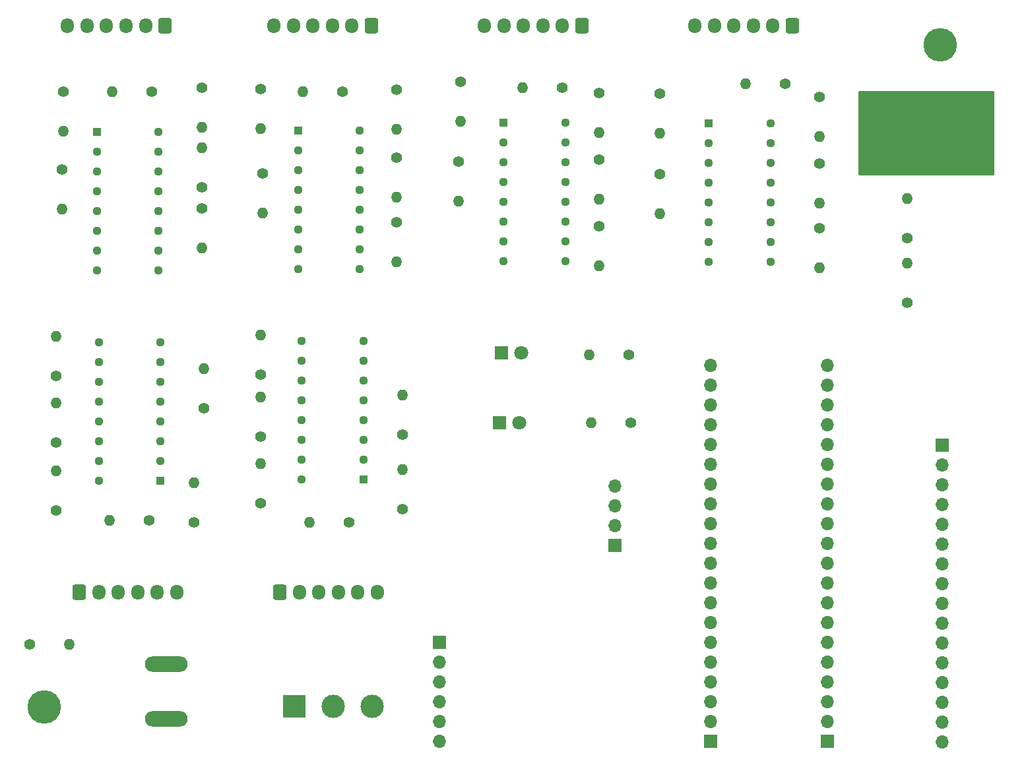
<source format=gbr>
%TF.GenerationSoftware,KiCad,Pcbnew,8.0.7-1.fc40*%
%TF.CreationDate,2024-12-16T22:30:31+01:00*%
%TF.ProjectId,pedai-hw,70656461-692d-4687-972e-6b696361645f,rev?*%
%TF.SameCoordinates,Original*%
%TF.FileFunction,Soldermask,Top*%
%TF.FilePolarity,Negative*%
%FSLAX46Y46*%
G04 Gerber Fmt 4.6, Leading zero omitted, Abs format (unit mm)*
G04 Created by KiCad (PCBNEW 8.0.7-1.fc40) date 2024-12-16 22:30:31*
%MOMM*%
%LPD*%
G01*
G04 APERTURE LIST*
G04 Aperture macros list*
%AMRoundRect*
0 Rectangle with rounded corners*
0 $1 Rounding radius*
0 $2 $3 $4 $5 $6 $7 $8 $9 X,Y pos of 4 corners*
0 Add a 4 corners polygon primitive as box body*
4,1,4,$2,$3,$4,$5,$6,$7,$8,$9,$2,$3,0*
0 Add four circle primitives for the rounded corners*
1,1,$1+$1,$2,$3*
1,1,$1+$1,$4,$5*
1,1,$1+$1,$6,$7*
1,1,$1+$1,$8,$9*
0 Add four rect primitives between the rounded corners*
20,1,$1+$1,$2,$3,$4,$5,0*
20,1,$1+$1,$4,$5,$6,$7,0*
20,1,$1+$1,$6,$7,$8,$9,0*
20,1,$1+$1,$8,$9,$2,$3,0*%
G04 Aperture macros list end*
%ADD10C,1.400000*%
%ADD11O,1.400000X1.400000*%
%ADD12R,3.000000X3.000000*%
%ADD13C,3.000000*%
%ADD14R,1.130000X1.130000*%
%ADD15C,1.130000*%
%ADD16RoundRect,0.250000X-0.600000X-0.725000X0.600000X-0.725000X0.600000X0.725000X-0.600000X0.725000X0*%
%ADD17O,1.700000X1.950000*%
%ADD18R,1.800000X1.800000*%
%ADD19C,1.800000*%
%ADD20C,4.300000*%
%ADD21O,5.500000X2.000000*%
%ADD22RoundRect,0.250000X0.600000X0.725000X-0.600000X0.725000X-0.600000X-0.725000X0.600000X-0.725000X0*%
%ADD23R,1.700000X1.700000*%
%ADD24O,1.700000X1.700000*%
G04 APERTURE END LIST*
D10*
%TO.C,R38*%
X110250000Y-99790000D03*
D11*
X110250000Y-94710000D03*
%TD*%
D10*
%TO.C,R12*%
X110500000Y-73960000D03*
D11*
X110500000Y-79040000D03*
%TD*%
D10*
%TO.C,R14*%
X153710000Y-63670000D03*
D11*
X153710000Y-68750000D03*
%TD*%
D10*
%TO.C,R13*%
X153710000Y-72170000D03*
D11*
X153710000Y-77250000D03*
%TD*%
D10*
%TO.C,R10*%
X127750000Y-80210000D03*
D11*
X127750000Y-85290000D03*
%TD*%
D10*
%TO.C,R23*%
X161500000Y-63750000D03*
D11*
X161500000Y-68830000D03*
%TD*%
D12*
%TO.C,RV1*%
X114600000Y-142400000D03*
D13*
X119600000Y-142400000D03*
X124600000Y-142400000D03*
%TD*%
D10*
%TO.C,R41*%
X80660000Y-134400000D03*
D11*
X85740000Y-134400000D03*
%TD*%
D10*
%TO.C,R15*%
X149000000Y-63000000D03*
D11*
X143920000Y-63000000D03*
%TD*%
D10*
%TO.C,R24*%
X161500000Y-74040000D03*
D11*
X161500000Y-79120000D03*
%TD*%
D14*
%TO.C,IC2*%
X115060000Y-68500000D03*
D15*
X115060000Y-71040000D03*
X115060000Y-73580000D03*
X115060000Y-76120000D03*
X115060000Y-78660000D03*
X115060000Y-81200000D03*
X115060000Y-83740000D03*
X115060000Y-86280000D03*
X123000000Y-86280000D03*
X123000000Y-83740000D03*
X123000000Y-81200000D03*
X123000000Y-78660000D03*
X123000000Y-76120000D03*
X123000000Y-73580000D03*
X123000000Y-71040000D03*
X123000000Y-68500000D03*
%TD*%
D10*
%TO.C,R9*%
X120790000Y-63500000D03*
D11*
X115710000Y-63500000D03*
%TD*%
D10*
%TO.C,R35*%
X110250000Y-107790000D03*
D11*
X110250000Y-102710000D03*
%TD*%
D10*
%TO.C,R4*%
X102750000Y-78460000D03*
D11*
X102750000Y-83540000D03*
%TD*%
D10*
%TO.C,R8*%
X127750000Y-63210000D03*
D11*
X127750000Y-68290000D03*
%TD*%
D16*
%TO.C,J10*%
X87000000Y-127750000D03*
D17*
X89500000Y-127750000D03*
X92000000Y-127750000D03*
X94500000Y-127750000D03*
X97000000Y-127750000D03*
X99500000Y-127750000D03*
%TD*%
D18*
%TO.C,D2*%
X141210000Y-97000000D03*
D19*
X143750000Y-97000000D03*
%TD*%
D10*
%TO.C,R7*%
X127750000Y-71960000D03*
D11*
X127750000Y-77040000D03*
%TD*%
D10*
%TO.C,R39*%
X128500000Y-117080000D03*
D11*
X128500000Y-112000000D03*
%TD*%
D14*
%TO.C,IC4*%
X167750000Y-67510000D03*
D15*
X167750000Y-70050000D03*
X167750000Y-72590000D03*
X167750000Y-75130000D03*
X167750000Y-77670000D03*
X167750000Y-80210000D03*
X167750000Y-82750000D03*
X167750000Y-85290000D03*
X175690000Y-85290000D03*
X175690000Y-82750000D03*
X175690000Y-80210000D03*
X175690000Y-77670000D03*
X175690000Y-75130000D03*
X175690000Y-72590000D03*
X175690000Y-70050000D03*
X175690000Y-67510000D03*
%TD*%
D10*
%TO.C,R40*%
X128500000Y-107540000D03*
D11*
X128500000Y-102460000D03*
%TD*%
D10*
%TO.C,R1*%
X102750000Y-75790000D03*
D11*
X102750000Y-70710000D03*
%TD*%
D20*
%TO.C,H1*%
X82500000Y-142500000D03*
%TD*%
D21*
%TO.C,SW1*%
X98200000Y-144000000D03*
X98200000Y-137000000D03*
%TD*%
D10*
%TO.C,R36*%
X110250000Y-116290000D03*
D11*
X110250000Y-111210000D03*
%TD*%
D18*
%TO.C,D1*%
X140960000Y-106000000D03*
D19*
X143500000Y-106000000D03*
%TD*%
D22*
%TO.C,J8*%
X151500000Y-55000000D03*
D17*
X149000000Y-55000000D03*
X146500000Y-55000000D03*
X144000000Y-55000000D03*
X141500000Y-55000000D03*
X139000000Y-55000000D03*
%TD*%
D10*
%TO.C,R20*%
X182000000Y-64170000D03*
D11*
X182000000Y-69250000D03*
%TD*%
D10*
%TO.C,R16*%
X153710000Y-80710000D03*
D11*
X153710000Y-85790000D03*
%TD*%
D10*
%TO.C,R27*%
X95990000Y-118500000D03*
D11*
X90910000Y-118500000D03*
%TD*%
D10*
%TO.C,R18*%
X135710000Y-72420000D03*
D11*
X135710000Y-77500000D03*
%TD*%
D20*
%TO.C,H2*%
X197500000Y-57500000D03*
%TD*%
D10*
%TO.C,R30*%
X103000000Y-104080000D03*
D11*
X103000000Y-99000000D03*
%TD*%
D14*
%TO.C,IC3*%
X141460000Y-67420000D03*
D15*
X141460000Y-69960000D03*
X141460000Y-72500000D03*
X141460000Y-75040000D03*
X141460000Y-77580000D03*
X141460000Y-80120000D03*
X141460000Y-82660000D03*
X141460000Y-85200000D03*
X149400000Y-85200000D03*
X149400000Y-82660000D03*
X149400000Y-80120000D03*
X149400000Y-77580000D03*
X149400000Y-75040000D03*
X149400000Y-72500000D03*
X149400000Y-69960000D03*
X149400000Y-67420000D03*
%TD*%
D10*
%TO.C,R28*%
X84000000Y-99990000D03*
D11*
X84000000Y-94910000D03*
%TD*%
D23*
%TO.C,J15*%
X155760000Y-121710000D03*
D24*
X155760000Y-119170000D03*
X155760000Y-116630000D03*
X155760000Y-114090000D03*
%TD*%
D10*
%TO.C,R19*%
X182000000Y-72710000D03*
D11*
X182000000Y-77790000D03*
%TD*%
D10*
%TO.C,R25*%
X84000000Y-108490000D03*
D11*
X84000000Y-103410000D03*
%TD*%
D10*
%TO.C,R3*%
X96330000Y-63500000D03*
D11*
X91250000Y-63500000D03*
%TD*%
D10*
%TO.C,R32*%
X157490000Y-97250000D03*
D11*
X152410000Y-97250000D03*
%TD*%
D10*
%TO.C,R29*%
X101750000Y-118750000D03*
D11*
X101750000Y-113670000D03*
%TD*%
D10*
%TO.C,R37*%
X121580000Y-118750000D03*
D11*
X116500000Y-118750000D03*
%TD*%
D10*
%TO.C,R21*%
X177580000Y-62500000D03*
D11*
X172500000Y-62500000D03*
%TD*%
D10*
%TO.C,R2*%
X102750000Y-62960000D03*
D11*
X102750000Y-68040000D03*
%TD*%
D23*
%TO.C,J5*%
X197750000Y-108880000D03*
D24*
X197750000Y-111420000D03*
X197750000Y-113960000D03*
X197750000Y-116500000D03*
X197750000Y-119040000D03*
X197750000Y-121580000D03*
X197750000Y-124120000D03*
X197750000Y-126660000D03*
X197750000Y-129200000D03*
X197750000Y-131740000D03*
X197750000Y-134280000D03*
X197750000Y-136820000D03*
X197750000Y-139360000D03*
X197750000Y-141900000D03*
X197750000Y-144440000D03*
X197750000Y-146980000D03*
%TD*%
D16*
%TO.C,J1*%
X112750000Y-127750000D03*
D17*
X115250000Y-127750000D03*
X117750000Y-127750000D03*
X120250000Y-127750000D03*
X122750000Y-127750000D03*
X125250000Y-127750000D03*
%TD*%
D23*
%TO.C,J3*%
X133250000Y-134170000D03*
D24*
X133250000Y-136710000D03*
X133250000Y-139250000D03*
X133250000Y-141790000D03*
X133250000Y-144330000D03*
X133250000Y-146870000D03*
%TD*%
D10*
%TO.C,R33*%
X193250000Y-82250000D03*
D11*
X193250000Y-77170000D03*
%TD*%
D22*
%TO.C,J9*%
X178500000Y-55000000D03*
D17*
X176000000Y-55000000D03*
X173500000Y-55000000D03*
X171000000Y-55000000D03*
X168500000Y-55000000D03*
X166000000Y-55000000D03*
%TD*%
D10*
%TO.C,R5*%
X85000000Y-63460000D03*
D11*
X85000000Y-68540000D03*
%TD*%
D14*
%TO.C,IC1*%
X89250000Y-68620000D03*
D15*
X89250000Y-71160000D03*
X89250000Y-73700000D03*
X89250000Y-76240000D03*
X89250000Y-78780000D03*
X89250000Y-81320000D03*
X89250000Y-83860000D03*
X89250000Y-86400000D03*
X97190000Y-86400000D03*
X97190000Y-83860000D03*
X97190000Y-81320000D03*
X97190000Y-78780000D03*
X97190000Y-76240000D03*
X97190000Y-73700000D03*
X97190000Y-71160000D03*
X97190000Y-68620000D03*
%TD*%
D10*
%TO.C,R11*%
X110250000Y-63170000D03*
D11*
X110250000Y-68250000D03*
%TD*%
D22*
%TO.C,J7*%
X124500000Y-55000000D03*
D17*
X122000000Y-55000000D03*
X119500000Y-55000000D03*
X117000000Y-55000000D03*
X114500000Y-55000000D03*
X112000000Y-55000000D03*
%TD*%
D10*
%TO.C,R22*%
X182000000Y-81000000D03*
D11*
X182000000Y-86080000D03*
%TD*%
D23*
%TO.C,J17*%
X168000000Y-146900000D03*
D24*
X168000000Y-144360000D03*
X168000000Y-141820000D03*
X168000000Y-139280000D03*
X168000000Y-136740000D03*
X168000000Y-134200000D03*
X168000000Y-131660000D03*
X168000000Y-129120000D03*
X168000000Y-126580000D03*
X168000000Y-124040000D03*
X168000000Y-121500000D03*
X168000000Y-118960000D03*
X168000000Y-116420000D03*
X168000000Y-113880000D03*
X168000000Y-111340000D03*
X168000000Y-108800000D03*
X168000000Y-106260000D03*
X168000000Y-103720000D03*
X168000000Y-101180000D03*
X168000000Y-98640000D03*
%TD*%
D14*
%TO.C,IC6*%
X123440000Y-113280000D03*
D15*
X123440000Y-110740000D03*
X123440000Y-108200000D03*
X123440000Y-105660000D03*
X123440000Y-103120000D03*
X123440000Y-100580000D03*
X123440000Y-98040000D03*
X123440000Y-95500000D03*
X115500000Y-95500000D03*
X115500000Y-98040000D03*
X115500000Y-100580000D03*
X115500000Y-103120000D03*
X115500000Y-105660000D03*
X115500000Y-108200000D03*
X115500000Y-110740000D03*
X115500000Y-113280000D03*
%TD*%
D22*
%TO.C,J6*%
X98000000Y-55000000D03*
D17*
X95500000Y-55000000D03*
X93000000Y-55000000D03*
X90500000Y-55000000D03*
X88000000Y-55000000D03*
X85500000Y-55000000D03*
%TD*%
D10*
%TO.C,R34*%
X193250000Y-90540000D03*
D11*
X193250000Y-85460000D03*
%TD*%
D14*
%TO.C,IC5*%
X97440000Y-113460000D03*
D15*
X97440000Y-110920000D03*
X97440000Y-108380000D03*
X97440000Y-105840000D03*
X97440000Y-103300000D03*
X97440000Y-100760000D03*
X97440000Y-98220000D03*
X97440000Y-95680000D03*
X89500000Y-95680000D03*
X89500000Y-98220000D03*
X89500000Y-100760000D03*
X89500000Y-103300000D03*
X89500000Y-105840000D03*
X89500000Y-108380000D03*
X89500000Y-110920000D03*
X89500000Y-113460000D03*
%TD*%
D10*
%TO.C,R17*%
X135960000Y-62210000D03*
D11*
X135960000Y-67290000D03*
%TD*%
D10*
%TO.C,R6*%
X84750000Y-73460000D03*
D11*
X84750000Y-78540000D03*
%TD*%
D23*
%TO.C,J16*%
X183000000Y-146900000D03*
D24*
X183000000Y-144360000D03*
X183000000Y-141820000D03*
X183000000Y-139280000D03*
X183000000Y-136740000D03*
X183000000Y-134200000D03*
X183000000Y-131660000D03*
X183000000Y-129120000D03*
X183000000Y-126580000D03*
X183000000Y-124040000D03*
X183000000Y-121500000D03*
X183000000Y-118960000D03*
X183000000Y-116420000D03*
X183000000Y-113880000D03*
X183000000Y-111340000D03*
X183000000Y-108800000D03*
X183000000Y-106260000D03*
X183000000Y-103720000D03*
X183000000Y-101180000D03*
X183000000Y-98640000D03*
%TD*%
D10*
%TO.C,R26*%
X84000000Y-117240000D03*
D11*
X84000000Y-112160000D03*
%TD*%
D10*
%TO.C,R31*%
X157740000Y-106000000D03*
D11*
X152660000Y-106000000D03*
%TD*%
G36*
X204343039Y-63419685D02*
G01*
X204388794Y-63472489D01*
X204400000Y-63524000D01*
X204400000Y-74076000D01*
X204380315Y-74143039D01*
X204327511Y-74188794D01*
X204276000Y-74200000D01*
X187124000Y-74200000D01*
X187056961Y-74180315D01*
X187011206Y-74127511D01*
X187000000Y-74076000D01*
X187000000Y-63524000D01*
X187019685Y-63456961D01*
X187072489Y-63411206D01*
X187124000Y-63400000D01*
X204276000Y-63400000D01*
X204343039Y-63419685D01*
G37*
M02*

</source>
